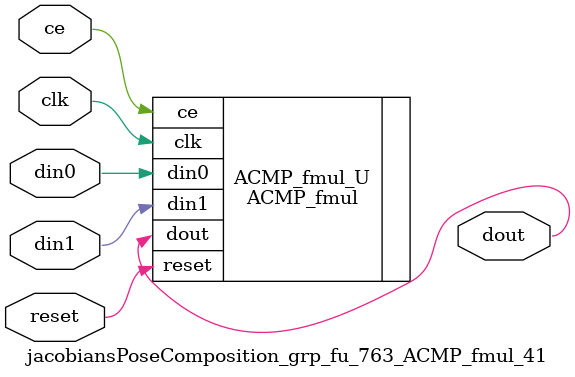
<source format=v>

`timescale 1 ns / 1 ps
module jacobiansPoseComposition_grp_fu_763_ACMP_fmul_41(
    clk,
    reset,
    ce,
    din0,
    din1,
    dout);

parameter ID = 32'd1;
parameter NUM_STAGE = 32'd1;
parameter din0_WIDTH = 32'd1;
parameter din1_WIDTH = 32'd1;
parameter dout_WIDTH = 32'd1;
input clk;
input reset;
input ce;
input[din0_WIDTH - 1:0] din0;
input[din1_WIDTH - 1:0] din1;
output[dout_WIDTH - 1:0] dout;



ACMP_fmul #(
.ID( ID ),
.NUM_STAGE( 4 ),
.din0_WIDTH( din0_WIDTH ),
.din1_WIDTH( din1_WIDTH ),
.dout_WIDTH( dout_WIDTH ))
ACMP_fmul_U(
    .clk( clk ),
    .reset( reset ),
    .ce( ce ),
    .din0( din0 ),
    .din1( din1 ),
    .dout( dout ));

endmodule

</source>
